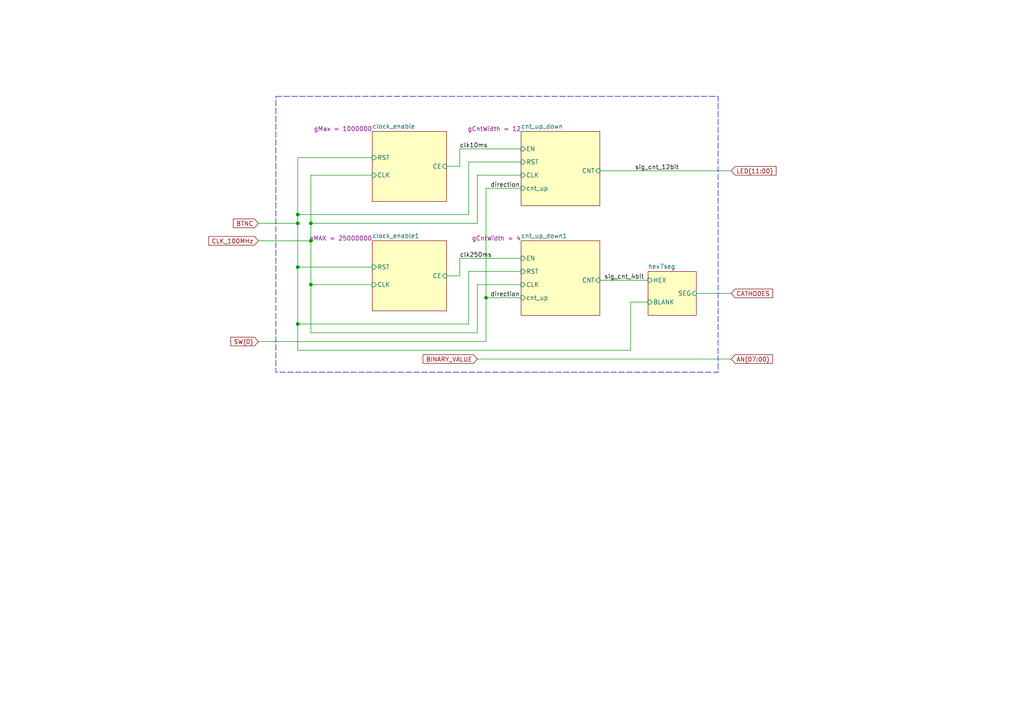
<source format=kicad_sch>
(kicad_sch (version 20230121) (generator eeschema)
  (paper "A4")
  (lib_symbols)
  (junction (at 90.17 64.77))
  (junction (at 90.17 82.55))
  (junction (at 86.36 64.77))
  (junction (at 86.36 93.98))
  (junction (at 140.97 86.36))
  (junction (at 90.17 69.85))
  (junction (at 86.36 62.23))
  (junction (at 86.36 77.47))
  (wire (pts (xy 138.43 64.77) (xy 90.17 64.77)))
  (wire (pts (xy 151.13 78.74) (xy 135.89 78.74)))
  (wire (pts (xy 151.13 46.99) (xy 135.89 46.99)))
  (wire (pts (xy 135.89 62.23) (xy 86.36 62.23)))
  (wire (pts (xy 187.96 87.63) (xy 182.88 87.63)))
  (wire (pts (xy 201.93 85.09) (xy 212.09 85.09)))
  (wire (pts (xy 138.43 50.8) (xy 138.43 64.77)))
  (wire (pts (xy 90.17 82.55) (xy 107.95 82.55)))
  (wire (pts (xy 151.13 74.93) (xy 133.35 74.93)))
  (wire (pts (xy 140.97 86.36) (xy 140.97 99.06)))
  (wire (pts (xy 138.43 82.55) (xy 138.43 96.52)))
  (wire (pts (xy 138.43 96.52) (xy 90.17 96.52)))
  (wire (pts (xy 133.35 43.18) (xy 151.13 43.18)))
  (wire (pts (xy 135.89 46.99) (xy 135.89 62.23)))
  (wire (pts (xy 86.36 45.72) (xy 107.95 45.72)))
  (wire (pts (xy 90.17 69.85) (xy 90.17 82.55)))
  (wire (pts (xy 86.36 93.98) (xy 86.36 77.47)))
  (wire (pts (xy 107.95 50.8) (xy 90.17 50.8)))
  (wire (pts (xy 90.17 50.8) (xy 90.17 64.77)))
  (wire (pts (xy 133.35 80.01) (xy 129.54 80.01)))
  (wire (pts (xy 173.99 81.28) (xy 187.96 81.28)))
  (wire (pts (xy 151.13 50.8) (xy 138.43 50.8)))
  (wire (pts (xy 138.43 104.14) (xy 212.09 104.14)))
  (wire (pts (xy 182.88 87.63) (xy 182.88 101.6)))
  (wire (pts (xy 74.93 99.06) (xy 140.97 99.06)))
  (wire (pts (xy 74.93 69.85) (xy 90.17 69.85)))
  (wire (pts (xy 151.13 86.36) (xy 140.97 86.36)))
  (wire (pts (xy 86.36 101.6) (xy 86.36 93.98)))
  (wire (pts (xy 133.35 74.93) (xy 133.35 80.01)))
  (wire (pts (xy 135.89 78.74) (xy 135.89 93.98)))
  (wire (pts (xy 86.36 77.47) (xy 86.36 64.77)))
  (wire (pts (xy 135.89 93.98) (xy 86.36 93.98)))
  (wire (pts (xy 151.13 54.61) (xy 140.97 54.61)))
  (wire (pts (xy 140.97 54.61) (xy 140.97 86.36)))
  (wire (pts (xy 151.13 82.55) (xy 138.43 82.55)))
  (wire (pts (xy 86.36 64.77) (xy 86.36 62.23)))
  (wire (pts (xy 86.36 62.23) (xy 86.36 45.72)))
  (wire (pts (xy 107.95 77.47) (xy 86.36 77.47)))
  (wire (pts (xy 129.54 48.26) (xy 133.35 48.26)))
  (wire (pts (xy 74.93 64.77) (xy 86.36 64.77)))
  (wire (pts (xy 133.35 48.26) (xy 133.35 43.18)))
  (wire (pts (xy 90.17 64.77) (xy 90.17 69.85)))
  (wire (pts (xy 182.88 101.6) (xy 86.36 101.6)))
  (wire (pts (xy 173.99 49.53) (xy 212.09 49.53)))
  (wire (pts (xy 90.17 96.52) (xy 90.17 82.55)))
  (rectangle (start 80.01 27.94) (end 208.28 107.95) (stroke (width 0) (type dash)))
  (label "clk250ms" (at 133.35 74.93 0))
  (label "direction" (at 142.24 54.61 0))
  (label "clk10ms" (at 133.35 43.18 0))
  (label "sig_cnt_4bit" (at 175.26 81.28 0))
  (label "sig_cnt_12bit" (at 184.15 49.53 0))
  (label "direction" (at 142.24 86.36 0))
  (global_label "LED(11:00)" (shape input) (at 212.09 49.53 0) (property "Intersheetrefs" "${INTERSHEET_REFS}" (effects hide)))
  (global_label "SW(0)" (shape input) (at 74.93 99.06 180) (property "Intersheetrefs" "${INTERSHEET_REFS}" (effects hide)))
  (global_label "CLK_100MHz" (shape input) (at 74.93 69.85 180) (property "Intersheetrefs" "${INTERSHEET_REFS}" (effects hide)))
  (global_label "CATHODES" (shape input) (at 212.09 85.09 0) (property "Intersheetrefs" "${INTERSHEET_REFS}" (effects hide)))
  (global_label "BINARY_VALUE" (shape input) (at 138.43 104.14 180) (property "Intersheetrefs" "${INTERSHEET_REFS}" (effects hide)))
  (global_label "BTNC" (shape input) (at 74.93 64.77 180) (property "Intersheetrefs" "${INTERSHEET_REFS}" (effects hide)))
  (global_label "AN(07:00)" (shape input) (at 212.09 104.14 0) (property "Intersheetrefs" "${INTERSHEET_REFS}" (effects hide)))
  (sheet (at 151.13 69.85) (size 22.86 21.59) (stroke (width 0.1524)) (fill (color 255 255 194 1.0000))
    (property "Sheetname" "cnt_up_down1" (at 151.13 69.1384 0) (effects (justify left bottom)))
    (property "Sheetfile" "cnt_up_down.kicad_sch" (effects hide))
    (property "Pole2" "gCntWidth = 4" (at 151.13 69.85 0) (effects (justify right bottom)))
    (pin "EN" input (at 151.13 74.93 180))
    (pin "RST" input (at 151.13 78.74 180))
    (pin "CLK" input (at 151.13 82.55 180))
    (pin "cnt_up" input (at 151.13 86.36 180))
    (pin "CNT" input (at 173.99 81.28 0))
  )
  (sheet (at 107.95 38.1) (size 21.59 20.32) (stroke (width 0.1524)) (fill (color 255 255 194 1.0000))
    (property "Sheetname" "clock_enable" (at 107.95 37.3884 0) (effects (justify left bottom)))
    (property "Sheetfile" "clock_enable.kicad_sch" (effects hide))
    (property "Pole2" "gMax = 1000000" (at 107.95 38.1 0) (effects (justify right bottom)))
    (pin "RST" input (at 107.95 45.72 180))
    (pin "CLK" input (at 107.95 50.8 180))
    (pin "CE" input (at 129.54 48.26 0))
  )
  (sheet (at 187.96 78.74) (size 13.97 12.7) (stroke (width 0.1524)) (fill (color 255 255 194 1.0000))
    (property "Sheetname" "hex7seg" (at 187.96 78.0284 0) (effects (justify left bottom)))
    (property "Sheetfile" "hex7seg.kicad_sch" (effects hide))
    (pin "HEX" input (at 187.96 81.28 180))
    (pin "BLANK" input (at 187.96 87.63 180))
    (pin "SEG" input (at 201.93 85.09 0))
  )
  (sheet (at 107.95 69.85) (size 21.59 20.32) (stroke (width 0.1524)) (fill (color 255 255 194 1.0000))
    (property "Sheetname" "clock_enable1" (at 107.95 69.1384 0) (effects (justify left bottom)))
    (property "Sheetfile" "clock_enable.kicad_sch" (effects hide))
    (property "Pole2" "gMAX = 25000000" (at 107.95 69.85 0) (effects (justify right bottom)))
    (pin "RST" input (at 107.95 77.47 180))
    (pin "CLK" input (at 107.95 82.55 180))
    (pin "CE" input (at 129.54 80.01 0))
  )
  (sheet (at 151.13 38.1) (size 22.86 21.59) (stroke (width 0.1524)) (fill (color 255 255 194 1.0000))
    (property "Sheetname" "cnt_up_down" (at 151.13 37.3884 0) (effects (justify left bottom)))
    (property "Sheetfile" "cnt_up_down.kicad_sch" (effects hide))
    (property "Pole2" "gCntWidth = 12" (at 151.13 38.1 0) (effects (justify right bottom)))
    (pin "EN" input (at 151.13 43.18 180))
    (pin "RST" input (at 151.13 46.99 180))
    (pin "CLK" input (at 151.13 50.8 180))
    (pin "cnt_up" input (at 151.13 54.61 180))
    (pin "CNT" input (at 173.99 49.53 0))
  )
)
</source>
